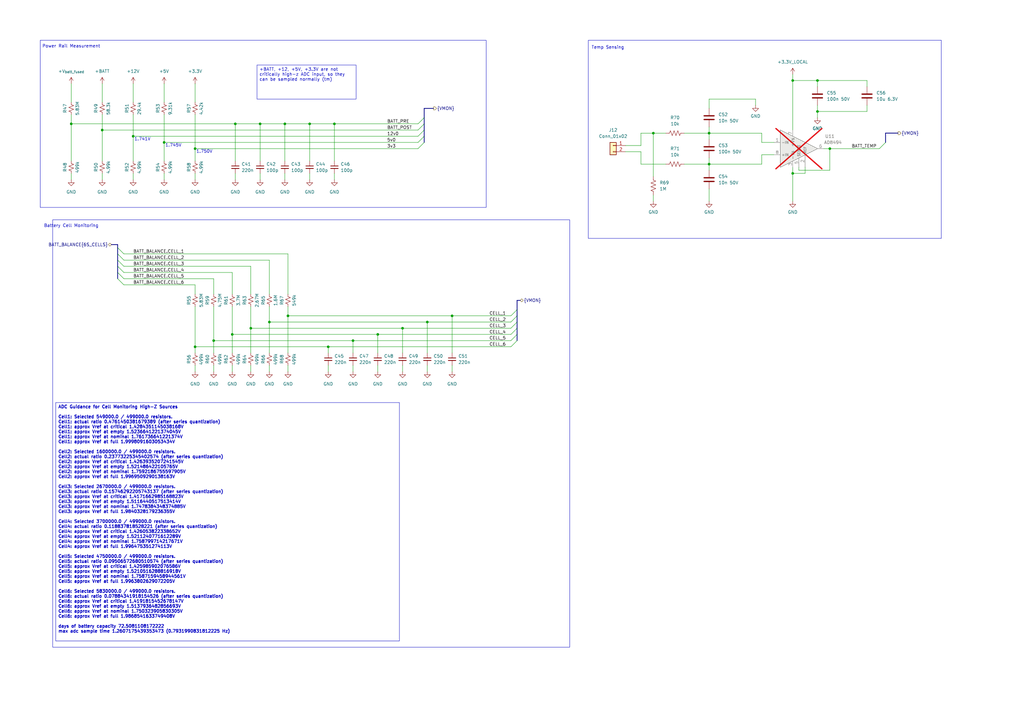
<source format=kicad_sch>
(kicad_sch (version 20231120) (generator "eeschema") (generator_version "8.0")
  (paper "A3")
  (title_block (title "Power Board") (date "2024-11-01") (rev "1.0") (company "SSL A-Team") (comment 1 "Will Stuckey"))
  (lib_symbols
    (symbol "AT-Supplies:+V_{BATT(FUSED)}" (power) (pin_names (offset 0)) (in_bom no) (on_board no)
      (property "Value" "+V_{BATT(FUSED)}" (at 0 5.08 0))
      (symbol "+V_{BATT(FUSED)}_0_1"
        (polyline (pts (xy -0.76 1.27) (xy 0.002 2.54)))
        (polyline (pts (xy 0.002 0) (xy 0.002 2.54)))
        (polyline (pts (xy 0.002 2.54) (xy 0.764 1.27)))
      )
      (symbol "+V_{BATT(FUSED)}_1_1"
        (pin power_in line (at 0 0 90) (length 0) hide (name "+V_{BATT(FUSED)}") (number "1"))
      )
    )
    (symbol "Connector_Generic:Conn_01x02" (pin_names (offset 1.016) hide)
      (property "Reference" "J" (at 0 2.54 0))
      (property "Value" "Conn_01x02" (at 0 -5.08 0))
      (symbol "Conn_01x02_1_1"
        (rectangle (start -1.27 -2.413) (end 0 -2.667) (stroke (width 0.1524)))
        (rectangle (start -1.27 0.127) (end 0 -0.127) (stroke (width 0.1524)))
        (rectangle (start -1.27 1.27) (end 1.27 -3.81) (stroke (width 0.254)) (fill (type background)))
        (pin passive line (at -5.08 0 0) (length 3.81) (name "Pin_1") (number "1"))
        (pin passive line (at -5.08 -2.54 0) (length 3.81) (name "Pin_2") (number "2"))
      )
    )
    (symbol "Device:C" (pin_numbers hide) (pin_names (offset 0.254))
      (property "Reference" "C" (at 0.635 2.54 0))
      (property "Value" "C" (at 0.635 -2.54 0))
      (symbol "C_0_1"
        (polyline (pts (xy -2.032 -0.762) (xy 2.032 -0.762)) (stroke (width 0.508)))
        (polyline (pts (xy -2.032 0.762) (xy 2.032 0.762)) (stroke (width 0.508)))
      )
      (symbol "C_1_1"
        (pin passive line (at 0 3.81 270) (length 2.794) (name "~") (number "1"))
        (pin passive line (at 0 -3.81 90) (length 2.794) (name "~") (number "2"))
      )
    )
    (symbol "Device:C_Small" (pin_numbers hide) (pin_names (offset 0.254) hide)
      (property "Reference" "C" (at 0.254 1.778 0))
      (property "Value" "C_Small" (at 0.254 -2.032 0))
      (symbol "C_Small_0_1"
        (polyline (pts (xy -1.524 -0.508) (xy 1.524 -0.508)) (stroke (width 0.3302)))
        (polyline (pts (xy -1.524 0.508) (xy 1.524 0.508)) (stroke (width 0.3048)))
      )
      (symbol "C_Small_1_1"
        (pin passive line (at 0 2.54 270) (length 2.032) (name "~") (number "1"))
        (pin passive line (at 0 -2.54 90) (length 2.032) (name "~") (number "2"))
      )
    )
    (symbol "Device:R_Small_US" (pin_numbers hide) (pin_names (offset 0.254) hide)
      (property "Reference" "R" (at 0.762 0.508 0))
      (property "Value" "R_Small_US" (at 0.762 -1.016 0))
      (symbol "R_Small_US_1_1"
        (polyline (pts (xy 0 0) (xy 1.016 -0.381) (xy 0 -0.762) (xy -1.016 -1.143) (xy 0 -1.524)))
        (polyline (pts (xy 0 1.524) (xy 1.016 1.143) (xy 0 0.762) (xy -1.016 0.381) (xy 0 0)))
        (pin passive line (at 0 2.54 270) (length 1.016) (name "~") (number "1"))
        (pin passive line (at 0 -2.54 90) (length 1.016) (name "~") (number "2"))
      )
    )
    (symbol "Device:R_US" (pin_numbers hide) (pin_names (offset 0))
      (property "Reference" "R" (at 2.54 0 90))
      (property "Value" "R_US" (at -2.54 0 90))
      (symbol "R_US_0_1"
        (polyline (pts (xy 0 -2.286) (xy 0 -2.54)))
        (polyline (pts (xy 0 2.286) (xy 0 2.54)))
        (polyline (pts (xy 0 -0.762) (xy 1.016 -1.143) (xy 0 -1.524) (xy -1.016 -1.905) (xy 0 -2.286)))
        (polyline (pts (xy 0 0.762) (xy 1.016 0.381) (xy 0 0) (xy -1.016 -0.381) (xy 0 -0.762)))
        (polyline (pts (xy 0 2.286) (xy 1.016 1.905) (xy 0 1.524) (xy -1.016 1.143) (xy 0 0.762)))
      )
      (symbol "R_US_1_1"
        (pin passive line (at 0 3.81 270) (length 1.27) (name "~") (number "1"))
        (pin passive line (at 0 -3.81 90) (length 1.27) (name "~") (number "2"))
      )
    )
    (symbol "Sensor_Temperature:AD8494"
      (property "Reference" "U" (at 5.08 3.81 0))
      (property "Value" "AD8494" (at 8.89 -3.81 0))
      (symbol "AD8494_0_1"
        (polyline (pts (xy -7.62 7.62) (xy 7.62 0) (xy -7.62 -7.62) (xy -7.62 7.62)) (stroke (width 0.254)) (fill (type background)))
      )
      (symbol "AD8494_1_1"
        (pin input line (at -10.16 2.54 0) (length 2.54) (name "-IN") (number "1"))
        (pin input line (at 2.54 -7.62 90) (length 5.08) (name "REF") (number "2"))
        (pin power_in line (at -2.54 -7.62 90) (length 2.54) (name "-Vs") (number "3"))
        (pin no_connect line (at -5.08 0 180) (length 2.54) hide (name "NC") (number "4"))
        (pin passive line (at 0 -7.62 90) (length 3.81) (name "SENSE") (number "5"))
        (pin output line (at 10.16 0 180) (length 2.54) (name "~") (number "6"))
        (pin power_in line (at -2.54 7.62 270) (length 2.54) (name "+Vs") (number "7"))
        (pin input line (at -10.16 -2.54 0) (length 2.54) (name "+IN") (number "8"))
      )
    )
    (symbol "power:+12V" (power) (pin_numbers hide) (pin_names (offset 0) hide)
      (property "Value" "+12V" (at 0 3.556 0))
      (symbol "+12V_0_1"
        (polyline (pts (xy -0.762 1.27) (xy 0 2.54)))
        (polyline (pts (xy 0 0) (xy 0 2.54)))
        (polyline (pts (xy 0 2.54) (xy 0.762 1.27)))
      )
      (symbol "+12V_1_1"
        (pin power_in line (at 0 0 90) (length 0) (name "~") (number "1"))
      )
    )
    (symbol "power:+3.3V" (power) (pin_numbers hide) (pin_names (offset 0) hide)
      (property "Value" "+3.3V" (at 0 3.556 0))
      (symbol "+3.3V_0_1"
        (polyline (pts (xy -0.762 1.27) (xy 0 2.54)))
        (polyline (pts (xy 0 0) (xy 0 2.54)))
        (polyline (pts (xy 0 2.54) (xy 0.762 1.27)))
      )
      (symbol "+3.3V_1_1"
        (pin power_in line (at 0 0 90) (length 0) (name "~") (number "1"))
      )
    )
    (symbol "power:+5V" (power) (pin_numbers hide) (pin_names (offset 0) hide)
      (property "Value" "+5V" (at 0 3.556 0))
      (symbol "+5V_0_1"
        (polyline (pts (xy -0.762 1.27) (xy 0 2.54)))
        (polyline (pts (xy 0 0) (xy 0 2.54)))
        (polyline (pts (xy 0 2.54) (xy 0.762 1.27)))
      )
      (symbol "+5V_1_1"
        (pin power_in line (at 0 0 90) (length 0) (name "~") (number "1"))
      )
    )
    (symbol "power:+BATT" (power) (pin_numbers hide) (pin_names (offset 0) hide)
      (property "Value" "+BATT" (at 0 3.556 0))
      (symbol "+BATT_0_1"
        (polyline (pts (xy -0.762 1.27) (xy 0 2.54)))
        (polyline (pts (xy 0 0) (xy 0 2.54)))
        (polyline (pts (xy 0 2.54) (xy 0.762 1.27)))
      )
      (symbol "+BATT_1_1"
        (pin power_in line (at 0 0 90) (length 0) (name "~") (number "1"))
      )
    )
    (symbol "power:GND" (power) (pin_names (offset 0))
      (property "Value" "GND" (at 0 -3.81 0))
      (symbol "GND_0_1"
        (polyline (pts (xy 0 0) (xy 0 -1.27) (xy 1.27 -1.27) (xy 0 -2.54) (xy -1.27 -1.27) (xy 0 -1.27)))
      )
      (symbol "GND_1_1"
        (pin power_in line (at 0 0 270) (length 0) hide (name "GND") (number "1"))
      )
    )
  )
  (junction (at 335.28 33.02))
  (junction (at 175.26 132.08))
  (junction (at 102.87 134.62))
  (junction (at 106.68 50.8))
  (junction (at 80.01 60.96))
  (junction (at 154.94 137.16))
  (junction (at 54.61 55.88))
  (junction (at 96.52 50.8))
  (junction (at 165.1 134.62))
  (junction (at 87.63 139.7))
  (junction (at 41.91 53.34))
  (junction (at 118.11 129.54))
  (junction (at 340.36 60.96))
  (junction (at 144.78 139.7))
  (junction (at 29.21 50.8))
  (junction (at 137.16 50.8))
  (junction (at 290.83 67.31))
  (junction (at 116.84 50.8))
  (junction (at 325.12 33.02))
  (junction (at 267.97 54.61))
  (junction (at 127 50.8))
  (junction (at 95.25 137.16))
  (junction (at 325.12 71.12))
  (junction (at 185.42 129.54))
  (junction (at 290.83 54.61))
  (junction (at 67.31 58.42))
  (junction (at 80.01 142.24))
  (junction (at 335.28 45.72))
  (junction (at 134.62 142.24))
  (junction (at 110.49 132.08))
  (bus_entry (at 48.26 114.3) (size 2.54 2.54))
  (bus_entry (at 48.26 104.14) (size 2.54 2.54))
  (bus_entry (at 48.26 101.6) (size 2.54 2.54))
  (bus_entry (at 212.09 137.16) (size -2.54 2.54))
  (bus_entry (at 173.99 53.34) (size -2.54 2.54))
  (bus_entry (at 363.22 58.42) (size -2.54 2.54))
  (bus_entry (at 212.09 134.62) (size -2.54 2.54))
  (bus_entry (at 212.09 129.54) (size -2.54 2.54))
  (bus_entry (at 48.26 111.76) (size 2.54 2.54))
  (bus_entry (at 48.26 106.68) (size 2.54 2.54))
  (bus_entry (at 173.99 50.8) (size -2.54 2.54))
  (bus_entry (at 212.09 127) (size -2.54 2.54))
  (bus_entry (at 173.99 55.88) (size -2.54 2.54))
  (bus_entry (at 212.09 132.08) (size -2.54 2.54))
  (bus_entry (at 48.26 109.22) (size 2.54 2.54))
  (bus_entry (at 212.09 139.7) (size -2.54 2.54))
  (bus_entry (at 173.99 48.26) (size -2.54 2.54))
  (bus_entry (at 173.99 58.42) (size -2.54 2.54))
  (wire (pts (xy 134.62 149.86) (xy 134.62 152.4)))
  (wire (pts (xy 102.87 134.62) (xy 165.1 134.62)))
  (wire (pts (xy 127 50.8) (xy 137.16 50.8)))
  (wire (pts (xy 290.83 67.31) (xy 290.83 69.85)))
  (bus (pts (xy 212.09 129.54) (xy 212.09 132.08)))
  (wire (pts (xy 154.94 137.16) (xy 154.94 144.78)))
  (wire (pts (xy 335.28 33.02) (xy 325.12 33.02)))
  (wire (pts (xy 262.89 62.23) (xy 262.89 67.31)))
  (bus (pts (xy 212.09 137.16) (xy 212.09 139.7)))
  (wire (pts (xy 165.1 134.62) (xy 165.1 144.78)))
  (bus (pts (xy 212.09 134.62) (xy 212.09 137.16)))
  (wire (pts (xy 80.01 142.24) (xy 80.01 144.78)))
  (wire (pts (xy 29.21 50.8) (xy 29.21 66.04)))
  (bus (pts (xy 173.99 44.45) (xy 173.99 48.26)))
  (wire (pts (xy 256.54 59.69) (xy 262.89 59.69)))
  (wire (pts (xy 106.68 50.8) (xy 106.68 66.04)))
  (wire (pts (xy 87.63 139.7) (xy 87.63 144.78)))
  (wire (pts (xy 87.63 114.3) (xy 87.63 120.65)))
  (wire (pts (xy 185.42 129.54) (xy 185.42 144.78)))
  (wire (pts (xy 80.01 149.86) (xy 80.01 152.4)))
  (wire (pts (xy 29.21 71.12) (xy 29.21 73.66)))
  (bus (pts (xy 363.22 54.61) (xy 368.3 54.61)))
  (wire (pts (xy 280.67 54.61) (xy 290.83 54.61)))
  (wire (pts (xy 80.01 142.24) (xy 134.62 142.24)))
  (wire (pts (xy 267.97 54.61) (xy 267.97 72.39)))
  (wire (pts (xy 54.61 46.99) (xy 54.61 55.88)))
  (wire (pts (xy 137.16 50.8) (xy 171.45 50.8)))
  (wire (pts (xy 80.01 125.73) (xy 80.01 142.24)))
  (wire (pts (xy 185.42 149.86) (xy 185.42 152.4)))
  (wire (pts (xy 127 50.8) (xy 127 66.04)))
  (wire (pts (xy 335.28 35.56) (xy 335.28 33.02)))
  (bus (pts (xy 363.22 54.61) (xy 363.22 58.42)))
  (wire (pts (xy 102.87 134.62) (xy 102.87 144.78)))
  (wire (pts (xy 154.94 149.86) (xy 154.94 152.4)))
  (wire (pts (xy 330.2 68.58) (xy 330.2 71.12)))
  (bus (pts (xy 48.26 111.76) (xy 48.26 114.3)))
  (wire (pts (xy 41.91 71.12) (xy 41.91 73.66)))
  (bus (pts (xy 48.26 101.6) (xy 48.26 104.14)))
  (wire (pts (xy 41.91 53.34) (xy 41.91 66.04)))
  (wire (pts (xy 116.84 71.12) (xy 116.84 73.66)))
  (wire (pts (xy 256.54 62.23) (xy 262.89 62.23)))
  (wire (pts (xy 290.83 54.61) (xy 290.83 57.15)))
  (bus (pts (xy 173.99 53.34) (xy 173.99 55.88)))
  (bus (pts (xy 45.72 100.33) (xy 48.26 100.33)))
  (wire (pts (xy 137.16 50.8) (xy 137.16 66.04)))
  (wire (pts (xy 355.6 43.18) (xy 355.6 45.72)))
  (wire (pts (xy 102.87 125.73) (xy 102.87 134.62)))
  (wire (pts (xy 29.21 50.8) (xy 96.52 50.8)))
  (wire (pts (xy 80.01 60.96) (xy 80.01 66.04)))
  (wire (pts (xy 96.52 50.8) (xy 106.68 50.8)))
  (wire (pts (xy 325.12 71.12) (xy 325.12 82.55)))
  (wire (pts (xy 95.25 149.86) (xy 95.25 152.4)))
  (wire (pts (xy 106.68 71.12) (xy 106.68 73.66)))
  (wire (pts (xy 95.25 125.73) (xy 95.25 137.16)))
  (bus (pts (xy 173.99 50.8) (xy 173.99 53.34)))
  (wire (pts (xy 54.61 55.88) (xy 54.61 66.04)))
  (wire (pts (xy 165.1 149.86) (xy 165.1 152.4)))
  (wire (pts (xy 144.78 139.7) (xy 209.55 139.7)))
  (wire (pts (xy 290.83 64.77) (xy 290.83 67.31)))
  (wire (pts (xy 50.8 116.84) (xy 80.01 116.84)))
  (wire (pts (xy 67.31 71.12) (xy 67.31 73.66)))
  (wire (pts (xy 340.36 60.96) (xy 360.68 60.96)))
  (bus (pts (xy 48.26 104.14) (xy 48.26 106.68)))
  (wire (pts (xy 185.42 129.54) (xy 209.55 129.54)))
  (wire (pts (xy 54.61 55.88) (xy 171.45 55.88)))
  (wire (pts (xy 96.52 71.12) (xy 96.52 73.66)))
  (wire (pts (xy 290.83 54.61) (xy 312.42 54.61)))
  (wire (pts (xy 80.01 71.12) (xy 80.01 73.66)))
  (wire (pts (xy 355.6 45.72) (xy 335.28 45.72)))
  (wire (pts (xy 102.87 149.86) (xy 102.87 152.4)))
  (bus (pts (xy 173.99 48.26) (xy 173.99 50.8)))
  (wire (pts (xy 95.25 137.16) (xy 95.25 144.78)))
  (wire (pts (xy 102.87 109.22) (xy 102.87 120.65)))
  (wire (pts (xy 80.01 34.29) (xy 80.01 41.91)))
  (wire (pts (xy 144.78 139.7) (xy 144.78 144.78)))
  (wire (pts (xy 144.78 149.86) (xy 144.78 152.4)))
  (wire (pts (xy 50.8 111.76) (xy 95.25 111.76)))
  (wire (pts (xy 118.11 104.14) (xy 118.11 120.65)))
  (wire (pts (xy 154.94 137.16) (xy 209.55 137.16)))
  (bus (pts (xy 48.26 106.68) (xy 48.26 109.22)))
  (wire (pts (xy 80.01 46.99) (xy 80.01 60.96)))
  (bus (pts (xy 173.99 55.88) (xy 173.99 58.42)))
  (wire (pts (xy 262.89 54.61) (xy 267.97 54.61)))
  (wire (pts (xy 290.83 44.45) (xy 290.83 40.64)))
  (wire (pts (xy 95.25 137.16) (xy 154.94 137.16)))
  (wire (pts (xy 110.49 106.68) (xy 110.49 120.65)))
  (wire (pts (xy 175.26 132.08) (xy 209.55 132.08)))
  (wire (pts (xy 50.8 114.3) (xy 87.63 114.3)))
  (wire (pts (xy 80.01 116.84) (xy 80.01 120.65)))
  (wire (pts (xy 340.36 60.96) (xy 337.82 60.96)))
  (wire (pts (xy 67.31 46.99) (xy 67.31 58.42)))
  (wire (pts (xy 290.83 40.64) (xy 309.88 40.64)))
  (wire (pts (xy 340.36 69.85) (xy 340.36 60.96)))
  (bus (pts (xy 212.09 123.19) (xy 212.09 127)))
  (wire (pts (xy 280.67 67.31) (xy 290.83 67.31)))
  (wire (pts (xy 116.84 50.8) (xy 127 50.8)))
  (wire (pts (xy 175.26 132.08) (xy 175.26 144.78)))
  (wire (pts (xy 118.11 129.54) (xy 118.11 144.78)))
  (wire (pts (xy 118.11 129.54) (xy 185.42 129.54)))
  (wire (pts (xy 317.5 63.5) (xy 312.42 63.5)))
  (wire (pts (xy 110.49 125.73) (xy 110.49 132.08)))
  (wire (pts (xy 317.5 58.42) (xy 312.42 58.42)))
  (bus (pts (xy 213.36 123.19) (xy 212.09 123.19)))
  (bus (pts (xy 48.26 109.22) (xy 48.26 111.76)))
  (wire (pts (xy 67.31 58.42) (xy 67.31 66.04)))
  (wire (pts (xy 262.89 67.31) (xy 273.05 67.31)))
  (wire (pts (xy 327.66 69.85) (xy 340.36 69.85)))
  (bus (pts (xy 48.26 100.33) (xy 48.26 101.6)))
  (wire (pts (xy 118.11 149.86) (xy 118.11 152.4)))
  (wire (pts (xy 312.42 63.5) (xy 312.42 67.31)))
  (wire (pts (xy 127 71.12) (xy 127 73.66)))
  (wire (pts (xy 96.52 50.8) (xy 96.52 66.04)))
  (wire (pts (xy 110.49 132.08) (xy 110.49 144.78)))
  (wire (pts (xy 29.21 34.29) (xy 29.21 41.91)))
  (wire (pts (xy 335.28 43.18) (xy 335.28 45.72)))
  (wire (pts (xy 41.91 53.34) (xy 171.45 53.34)))
  (wire (pts (xy 50.8 109.22) (xy 102.87 109.22)))
  (wire (pts (xy 267.97 80.01) (xy 267.97 82.55)))
  (wire (pts (xy 67.31 58.42) (xy 171.45 58.42)))
  (wire (pts (xy 327.66 68.58) (xy 327.66 69.85)))
  (wire (pts (xy 355.6 35.56) (xy 355.6 33.02)))
  (wire (pts (xy 290.83 67.31) (xy 312.42 67.31)))
  (wire (pts (xy 41.91 46.99) (xy 41.91 53.34)))
  (wire (pts (xy 95.25 111.76) (xy 95.25 120.65)))
  (bus (pts (xy 212.09 127) (xy 212.09 129.54)))
  (wire (pts (xy 80.01 60.96) (xy 171.45 60.96)))
  (wire (pts (xy 87.63 125.73) (xy 87.63 139.7)))
  (wire (pts (xy 106.68 50.8) (xy 116.84 50.8)))
  (wire (pts (xy 87.63 139.7) (xy 144.78 139.7)))
  (wire (pts (xy 165.1 134.62) (xy 209.55 134.62)))
  (wire (pts (xy 110.49 149.86) (xy 110.49 152.4)))
  (bus (pts (xy 212.09 132.08) (xy 212.09 134.62)))
  (wire (pts (xy 355.6 33.02) (xy 335.28 33.02)))
  (wire (pts (xy 330.2 71.12) (xy 325.12 71.12)))
  (wire (pts (xy 50.8 106.68) (xy 110.49 106.68)))
  (wire (pts (xy 312.42 54.61) (xy 312.42 58.42)))
  (wire (pts (xy 50.8 104.14) (xy 118.11 104.14)))
  (wire (pts (xy 309.88 40.64) (xy 309.88 43.18)))
  (wire (pts (xy 118.11 125.73) (xy 118.11 129.54)))
  (wire (pts (xy 267.97 54.61) (xy 273.05 54.61)))
  (wire (pts (xy 262.89 59.69) (xy 262.89 54.61)))
  (wire (pts (xy 41.91 34.29) (xy 41.91 41.91)))
  (wire (pts (xy 335.28 45.72) (xy 335.28 48.26)))
  (wire (pts (xy 137.16 71.12) (xy 137.16 73.66)))
  (wire (pts (xy 67.31 34.29) (xy 67.31 41.91)))
  (wire (pts (xy 29.21 46.99) (xy 29.21 50.8)))
  (wire (pts (xy 290.83 52.07) (xy 290.83 54.61)))
  (wire (pts (xy 325.12 68.58) (xy 325.12 71.12)))
  (wire (pts (xy 54.61 71.12) (xy 54.61 73.66)))
  (wire (pts (xy 325.12 30.48) (xy 325.12 33.02)))
  (wire (pts (xy 110.49 132.08) (xy 175.26 132.08)))
  (bus (pts (xy 177.8 44.45) (xy 173.99 44.45)))
  (wire (pts (xy 134.62 142.24) (xy 209.55 142.24)))
  (wire (pts (xy 116.84 50.8) (xy 116.84 66.04)))
  (wire (pts (xy 175.26 149.86) (xy 175.26 152.4)))
  (wire (pts (xy 87.63 149.86) (xy 87.63 152.4)))
  (wire (pts (xy 290.83 77.47) (xy 290.83 82.55)))
  (wire (pts (xy 54.61 34.29) (xy 54.61 41.91)))
  (wire (pts (xy 134.62 142.24) (xy 134.62 144.78)))
  (wire (pts (xy 325.12 33.02) (xy 325.12 53.34)))
  (rectangle (start 16.51 16.51) (end 199.39 85.09))
  (rectangle (start 21.59 90.17) (end 233.68 265.43))
  (rectangle (start 241.3 16.51) (end 386.08 97.79))
  (text_box "+BATT, +12, +5V, +3.3V are not critically high-z ADC input, so they can be sampled normally (tm)" (at 105.41 26.67 0) (size 40.64 13.97) (effects (font (size 1.27 1.27)) (justify left top)))
  (text_box "ADC Guidance for Cell Monitoring High-Z Sources\n\nCell1: Selected 549000.0 / 499000.0 resistors.\nCell1: actual ratio 0.4761450381679389 (after series quantization)\nCell1: approx Vref at critical 1.4284351145038168V\nCell1: approx Vref at empty 1.5236641221374045V\nCell1: approx Vref at nominal 1.761736641221374V\nCell1: approx Vref at full 1.9998091603053434V\n\nCell2: Selected 1600000.0 / 499000.0 resistors.\nCell2: actual ratio 0.23773225345402574 (after series quantization)\nCell2: approx Vref at critical 1.4263935207241545V\nCell2: approx Vref at empty 1.521486422105765V\nCell2: approx Vref at nominal 1.7592186755597905V\nCell2: approx Vref at full 1.9969509290138163V\n\nCell3: Selected 2670000.0 / 499000.0 resistors.\nCell3: actual ratio 0.15746292205743137 (after series quantization)\nCell3: approx Vref at critical 1.4171662985168823V\nCell3: approx Vref at empty 1.5116440517513414V\nCell3: approx Vref at nominal 1.7478384348374885V\nCell3: approx Vref at full 1.9840328179236355V\n\nCell4: Selected 3700000.0 / 499000.0 resistors.\nCell4: actual ratio 0.118837818528221 (after series quantization)\nCell4: approx Vref at critical 1.426053822338652V\nCell4: approx Vref at empty 1.5211240771612289V\nCell4: approx Vref at nominal 1.758799714217671V\nCell4: approx Vref at full 1.996475351274113V\n\nCell5: Selected 4750000.0 / 499000.0 resistors.\nCell5: actual ratio 0.09506572680510574 (after series quantization)\nCell5: approx Vref at critical 1.425985902076586V\nCell5: approx Vref at empty 1.5210516288816918V\nCell5: approx Vref at nominal 1.7587159458944561V\nCell5: approx Vref at full 1.9963802629072205V\n\nCell6: Selected 5830000.0 / 499000.0 resistors.\nCell6: actual ratio 0.07884341918154526 (after series quantization)\nCell6: approx Vref at critical 1.4191815452678147V\nCell6: approx Vref at empty 1.5137936482856693V\nCell6: approx Vref at nominal 1.750323905830305V\nCell6: approx Vref at full 1.9868541633749408V\n\ndays of battery capacity 72.5081108172222\nmax adc sample time 1.2607175439353473 (0.7931990831812225 Hz)" (at 22.86 165.1 0) (size 140.97 97.79) (effects (font (size 1.27 1.27) (thickness 0.254) (bold yes)) (justify left top)))
  (text "1.745V" (at 71.12 59.69 0) (effects (font (size 1.27 1.27))))
  (text "Temp Sensing" (at 242.57 20.32 0) (effects (font (size 1.27 1.27)) (justify left bottom)))
  (text "1.741V" (at 58.42 57.15 0) (effects (font (size 1.27 1.27))))
  (text "Power Rail Measurement" (at 29.21 19.05 0) (effects (font (size 1.27 1.27))))
  (text "Battery Cell Monitoring" (at 29.21 92.71 0) (effects (font (size 1.27 1.27))))
  (text "1.750V" (at 83.82 62.23 0) (effects (font (size 1.27 1.27))))
  (label "CELL_6" (at 200.66 142.24 0))
  (label "12v0" (at 158.75 55.88 0))
  (label "BATT_BALANCE.CELL_6" (at 54.61 116.84 0))
  (label "BATT_POST" (at 158.75 53.34 0))
  (label "BATT_BALANCE.CELL_2" (at 54.61 106.68 0))
  (label "BATT_BALANCE.CELL_1" (at 54.61 104.14 0))
  (label "BATT_BALANCE.CELL_4" (at 54.61 111.76 0))
  (label "BATT_BALANCE.CELL_5" (at 54.61 114.3 0))
  (label "3v3" (at 158.75 60.96 0))
  (label "CELL_5" (at 200.66 139.7 0))
  (label "CELL_4" (at 200.66 137.16 0))
  (label "CELL_1" (at 200.66 129.54 0))
  (label "BATT_TEMP" (at 349.25 60.96 0))
  (label "5v0" (at 158.75 58.42 0))
  (label "BATT_BALANCE.CELL_3" (at 54.61 109.22 0))
  (label "CELL_3" (at 200.66 134.62 0))
  (label "BATT_PRE" (at 158.75 50.8 0))
  (label "CELL_2" (at 200.66 132.08 0))
  (hierarchical_label "{VMON}" (shape bidirectional) (at 213.36 123.19 0))
  (hierarchical_label "BATT_BALANCE{6S_CELLS}" (shape bidirectional) (at 45.72 100.33 180))
  (hierarchical_label "{VMON}" (shape output) (at 177.8 44.45 0))
  (hierarchical_label "{VMON}" (shape output) (at 368.3 54.61 0))
  (symbol (lib_id "power:GND") (at 154.94 152.4 0) (unit 1)
    (property "Reference" "#PWR0131" (effects (hide yes)))
    (property "Value" "GND" (at 154.94 157.48 0))
  )
  (symbol (lib_id "power:GND") (at 290.83 82.55 0) (unit 1)
    (property "Reference" "#PWR0136" (effects (hide yes)))
    (property "Value" "GND" (at 290.83 86.995 0))
  )
  (symbol (lib_id "Device:R_Small_US") (at 29.21 44.45 0) (unit 1)
    (property "Reference" "R47" (at 26.67 44.45 90))
    (property "Value" "5.83M" (at 31.75 44.45 90))
    (property "Footprint" "Resistor_SMD:R_0402_1005Metric" (effects (hide yes)))
  )
  (symbol (lib_id "Device:C_Small") (at 134.62 147.32 0) (unit 1)
    (property "Reference" "C45" (at 137.16 146.0562 0) (effects (justify left)))
    (property "Value" "220n" (at 137.16 148.5962 0) (effects (justify left)))
    (property "Footprint" "Capacitor_SMD:C_0402_1005Metric" (effects (hide yes)))
  )
  (symbol (lib_id "AT-Supplies:+V_{BATT(FUSED)}") (at 29.21 34.29 0) (unit 1) (in_bom no) (on_board no)
    (property "Reference" "#PWR0108" (effects (hide yes)))
    (property "Value" "+V_{batt_fused}" (at 29.212 29.21 0))
  )
  (symbol (lib_id "Device:C") (at 290.83 48.26 0) (mirror y) (unit 1)
    (property "Reference" "C52" (at 294.64 46.99 0) (effects (justify right)))
    (property "Value" "10n 50V" (at 294.64 49.53 0) (effects (justify right)))
    (property "Footprint" "Capacitor_SMD:C_0402_1005Metric" (effects (hide yes)))
  )
  (symbol (lib_id "power:GND") (at 134.62 152.4 0) (unit 1)
    (property "Reference" "#PWR0128" (effects (hide yes)))
    (property "Value" "GND" (at 134.62 157.48 0))
  )
  (symbol (lib_id "power:+12V") (at 54.61 34.29 0) (unit 1)
    (property "Reference" "#PWR0112" (effects (hide yes)))
    (property "Value" "+12V" (at 54.61 29.21 0))
    (property "Description" "Power symbol creates a global label with name \"+12V\"" (effects (hide yes)))
  )
  (symbol (lib_id "power:GND") (at 106.68 73.66 0) (unit 1)
    (property "Reference" "#PWR0124" (effects (hide yes)))
    (property "Value" "GND" (at 106.68 78.74 0))
  )
  (symbol (lib_id "Device:C_Small") (at 165.1 147.32 0) (unit 1)
    (property "Reference" "C49" (at 167.64 146.0562 0) (effects (justify left)))
    (property "Value" "220n" (at 167.64 148.5962 0) (effects (justify left)))
    (property "Footprint" "Capacitor_SMD:C_0402_1005Metric" (effects (hide yes)))
  )
  (symbol (lib_id "Device:R_Small_US") (at 80.01 123.19 0) (unit 1)
    (property "Reference" "R55" (at 77.47 123.19 90))
    (property "Value" "5.83M" (at 82.55 123.19 90))
    (property "Footprint" "Resistor_SMD:R_0402_1005Metric" (effects (hide yes)))
  )
  (symbol (lib_id "power:GND") (at 95.25 152.4 0) (unit 1)
    (property "Reference" "#PWR0120" (effects (hide yes)))
    (property "Value" "GND" (at 95.25 157.48 0))
  )
  (symbol (lib_id "power:GND") (at 102.87 152.4 0) (unit 1)
    (property "Reference" "#PWR0122" (effects (hide yes)))
    (property "Value" "GND" (at 102.87 157.48 0))
  )
  (symbol (lib_id "Connector_Generic:Conn_01x02") (at 251.46 59.69 0) (mirror y) (unit 1)
    (property "Reference" "J12" (at 251.46 53.34 0))
    (property "Value" "Conn_01x02" (at 251.46 55.88 0))
    (property "Footprint" "Connector_JST:JST_SH_SM02B-SRSS-TB_1x02-1MP_P1.00mm_Horizontal" (effects (hide yes)))
  )
  (symbol (lib_id "power:GND") (at 67.31 73.66 0) (unit 1)
    (property "Reference" "#PWR0115" (effects (hide yes)))
    (property "Value" "GND" (at 67.31 78.74 0))
  )
  (symbol (lib_id "power:GND") (at 80.01 152.4 0) (unit 1)
    (property "Reference" "#PWR0116" (effects (hide yes)))
    (property "Value" "GND" (at 80.01 157.48 0))
  )
  (symbol (lib_id "power:GND") (at 127 73.66 0) (unit 1)
    (property "Reference" "#PWR0127" (effects (hide yes)))
    (property "Value" "GND" (at 127 78.74 0))
  )
  (symbol (lib_id "Device:R_Small_US") (at 87.63 147.32 0) (unit 1)
    (property "Reference" "R60" (at 85.09 147.32 90))
    (property "Value" "499k" (at 90.17 147.32 90))
    (property "Footprint" "Resistor_SMD:R_0402_1005Metric" (effects (hide yes)))
  )
  (symbol (lib_id "Device:R_Small_US") (at 67.31 68.58 0) (unit 1)
    (property "Reference" "R54" (at 64.77 68.58 90))
    (property "Value" "4.99k" (at 69.85 68.58 90))
    (property "Footprint" "Resistor_SMD:R_0402_1005Metric" (effects (hide yes)))
  )
  (symbol (lib_id "Device:R_Small_US") (at 102.87 123.19 0) (unit 1)
    (property "Reference" "R63" (at 100.33 123.19 90))
    (property "Value" "2.67M" (at 105.41 123.19 90))
    (property "Footprint" "Resistor_SMD:R_0402_1005Metric" (effects (hide yes)))
  )
  (symbol (lib_id "power:+3.3V") (at 325.12 30.48 0) (unit 1)
    (property "Reference" "#PWR0138" (effects (hide yes)))
    (property "Value" "+3.3V_LOCAL" (at 325.12 25.4 0))
    (property "Description" "Power symbol creates a global label with name \"+3.3V\"" (effects (hide yes)))
  )
  (symbol (lib_id "power:GND") (at 110.49 152.4 0) (unit 1)
    (property "Reference" "#PWR0123" (effects (hide yes)))
    (property "Value" "GND" (at 110.49 157.48 0))
  )
  (symbol (lib_id "Device:R_Small_US") (at 29.21 68.58 0) (unit 1)
    (property "Reference" "R48" (at 26.67 68.58 90))
    (property "Value" "499k" (at 31.75 68.58 90))
    (property "Footprint" "Resistor_SMD:R_0402_1005Metric" (effects (hide yes)))
  )
  (symbol (lib_id "power:GND") (at 175.26 152.4 0) (unit 1)
    (property "Reference" "#PWR0133" (effects (hide yes)))
    (property "Value" "GND" (at 175.26 157.48 0))
  )
  (symbol (lib_id "Device:R_Small_US") (at 67.31 44.45 0) (unit 1)
    (property "Reference" "R53" (at 64.77 44.45 90))
    (property "Value" "9.31k" (at 69.85 44.45 90))
    (property "Footprint" "Resistor_SMD:R_0402_1005Metric" (effects (hide yes)))
  )
  (symbol (lib_id "power:GND") (at 137.16 73.66 0) (unit 1)
    (property "Reference" "#PWR0129" (effects (hide yes)))
    (property "Value" "GND" (at 137.16 78.74 0))
  )
  (symbol (lib_id "Device:C_Small") (at 116.84 68.58 0) (unit 1)
    (property "Reference" "C43" (at 119.38 67.3162 0) (effects (justify left)))
    (property "Value" "100p" (at 119.38 69.8562 0) (effects (justify left)))
    (property "Footprint" "Capacitor_SMD:C_0402_1005Metric" (effects (hide yes)))
  )
  (symbol (lib_id "Device:R_Small_US") (at 118.11 147.32 0) (unit 1)
    (property "Reference" "R68" (at 115.57 147.32 90))
    (property "Value" "499k" (at 120.65 147.32 90))
    (property "Footprint" "Resistor_SMD:R_0402_1005Metric" (effects (hide yes)))
  )
  (symbol (lib_id "power:GND") (at 87.63 152.4 0) (unit 1)
    (property "Reference" "#PWR0119" (effects (hide yes)))
    (property "Value" "GND" (at 87.63 157.48 0))
  )
  (symbol (lib_id "Device:C_Small") (at 154.94 147.32 0) (unit 1)
    (property "Reference" "C48" (at 157.48 146.0562 0) (effects (justify left)))
    (property "Value" "220n" (at 157.48 148.5962 0) (effects (justify left)))
    (property "Footprint" "Capacitor_SMD:C_0402_1005Metric" (effects (hide yes)))
  )
  (symbol (lib_id "Device:C") (at 355.6 39.37 180) (unit 1)
    (property "Reference" "C56" (at 359.41 38.1 0) (effects (justify right)))
    (property "Value" "10u 6.3V" (at 359.41 40.64 0) (effects (justify right)))
    (property "Footprint" "Capacitor_SMD:C_1210_3225Metric" (effects (hide yes)))
  )
  (symbol (lib_id "Device:C_Small") (at 185.42 147.32 0) (unit 1)
    (property "Reference" "C51" (at 187.96 146.0562 0) (effects (justify left)))
    (property "Value" "220n" (at 187.96 148.5962 0) (effects (justify left)))
    (property "Footprint" "Capacitor_SMD:C_0402_1005Metric" (effects (hide yes)))
  )
  (symbol (lib_id "power:GND") (at 267.97 82.55 0) (unit 1)
    (property "Reference" "#PWR0135" (effects (hide yes)))
    (property "Value" "GND" (at 267.97 86.995 0))
  )
  (symbol (lib_id "power:GND") (at 96.52 73.66 0) (unit 1)
    (property "Reference" "#PWR0121" (effects (hide yes)))
    (property "Value" "GND" (at 96.52 78.74 0))
  )
  (symbol (lib_id "Device:R_Small_US") (at 110.49 147.32 0) (unit 1)
    (property "Reference" "R66" (at 107.95 147.32 90))
    (property "Value" "499k" (at 113.03 147.32 90))
    (property "Footprint" "Resistor_SMD:R_0402_1005Metric" (effects (hide yes)))
  )
  (symbol (lib_id "power:GND") (at 309.88 43.18 0) (unit 1)
    (property "Reference" "#PWR0137" (effects (hide yes)))
    (property "Value" "GND" (at 309.88 47.625 0))
  )
  (symbol (lib_id "Device:R_Small_US") (at 80.01 68.58 0) (unit 1)
    (property "Reference" "R58" (at 77.47 68.58 90))
    (property "Value" "4.99k" (at 82.55 68.58 90))
    (property "Footprint" "Resistor_SMD:R_0402_1005Metric" (effects (hide yes)))
  )
  (symbol (lib_id "Device:R_Small_US") (at 118.11 123.19 0) (unit 1)
    (property "Reference" "R67" (at 115.57 123.19 90))
    (property "Value" "549k" (at 120.65 123.19 90))
    (property "Footprint" "Resistor_SMD:R_0402_1005Metric" (effects (hide yes)))
  )
  (symbol (lib_id "Device:R_Small_US") (at 102.87 147.32 0) (unit 1)
    (property "Reference" "R64" (at 100.33 147.32 90))
    (property "Value" "499k" (at 105.41 147.32 90))
    (property "Footprint" "Resistor_SMD:R_0402_1005Metric" (effects (hide yes)))
  )
  (symbol (lib_id "power:+3.3V") (at 80.01 34.29 0) (unit 1)
    (property "Reference" "#PWR0117" (effects (hide yes)))
    (property "Value" "+3.3V" (at 80.01 29.21 0))
    (property "Description" "Power symbol creates a global label with name \"+3.3V\"" (effects (hide yes)))
  )
  (symbol (lib_id "Device:C") (at 290.83 73.66 0) (mirror y) (unit 1)
    (property "Reference" "C54" (at 294.64 72.39 0) (effects (justify right)))
    (property "Value" "10n 50V" (at 294.64 74.93 0) (effects (justify right)))
    (property "Footprint" "Capacitor_SMD:C_0402_1005Metric" (effects (hide yes)))
  )
  (symbol (lib_id "Device:C") (at 290.83 60.96 0) (mirror y) (unit 1)
    (property "Reference" "C53" (at 294.64 59.6899 0) (effects (justify right)))
    (property "Value" "100n 50V" (at 294.64 62.2299 0) (effects (justify right)))
    (property "Footprint" "Capacitor_SMD:C_0402_1005Metric" (effects (hide yes)))
  )
  (symbol (lib_id "power:GND") (at 80.01 73.66 0) (unit 1)
    (property "Reference" "#PWR0118" (effects (hide yes)))
    (property "Value" "GND" (at 80.01 78.74 0))
  )
  (symbol (lib_id "Device:R_Small_US") (at 41.91 68.58 0) (unit 1)
    (property "Reference" "R50" (at 39.37 68.58 90))
    (property "Value" "4.99k" (at 44.45 68.58 90))
    (property "Footprint" "Resistor_SMD:R_0402_1005Metric" (effects (hide yes)))
  )
  (symbol (lib_id "Device:R_Small_US") (at 80.01 147.32 0) (unit 1)
    (property "Reference" "R56" (at 77.47 147.32 90))
    (property "Value" "499k" (at 82.55 147.32 90))
    (property "Footprint" "Resistor_SMD:R_0402_1005Metric" (effects (hide yes)))
  )
  (symbol (lib_id "Device:R_Small_US") (at 95.25 147.32 0) (unit 1)
    (property "Reference" "R62" (at 92.71 147.32 90))
    (property "Value" "499k" (at 97.79 147.32 90))
    (property "Footprint" "Resistor_SMD:R_0402_1005Metric" (effects (hide yes)))
  )
  (symbol (lib_id "power:GND") (at 116.84 73.66 0) (unit 1)
    (property "Reference" "#PWR0126" (effects (hide yes)))
    (property "Value" "GND" (at 116.84 78.74 0))
  )
  (symbol (lib_id "power:GND") (at 118.11 152.4 0) (unit 1)
    (property "Reference" "#PWR0125" (effects (hide yes)))
    (property "Value" "GND" (at 118.11 157.48 0))
  )
  (symbol (lib_id "Device:R_US") (at 267.97 76.2 180) (unit 1)
    (property "Reference" "R69" (at 270.51 74.93 0) (effects (justify right)))
    (property "Value" "1M" (at 270.51 77.47 0) (effects (justify right)))
    (property "Footprint" "Resistor_SMD:R_0402_1005Metric" (effects (hide yes)))
  )
  (symbol (lib_id "Device:R_Small_US") (at 54.61 44.45 0) (unit 1)
    (property "Reference" "R51" (at 52.07 44.45 90))
    (property "Value" "29.4k" (at 57.15 44.45 90))
    (property "Footprint" "Resistor_SMD:R_0402_1005Metric" (effects (hide yes)))
  )
  (symbol (lib_id "power:+5V") (at 67.31 34.29 0) (unit 1)
    (property "Reference" "#PWR0114" (effects (hide yes)))
    (property "Value" "+5V" (at 67.31 29.21 0))
    (property "Description" "Power symbol creates a global label with name \"+5V\"" (effects (hide yes)))
  )
  (symbol (lib_id "Device:R_Small_US") (at 95.25 123.19 0) (unit 1)
    (property "Reference" "R61" (at 92.71 123.19 90))
    (property "Value" "3.7M" (at 97.79 123.19 90))
    (property "Footprint" "Resistor_SMD:R_0402_1005Metric" (effects (hide yes)))
  )
  (symbol (lib_id "Device:R_Small_US") (at 80.01 44.45 0) (unit 1)
    (property "Reference" "R57" (at 77.47 44.45 90))
    (property "Value" "4.42k" (at 82.55 44.45 90))
    (property "Footprint" "Resistor_SMD:R_0402_1005Metric" (effects (hide yes)))
  )
  (symbol (lib_id "Device:R_Small_US") (at 54.61 68.58 0) (unit 1)
    (property "Reference" "R52" (at 52.07 68.58 90))
    (property "Value" "4.99k" (at 57.15 68.58 90))
    (property "Footprint" "Resistor_SMD:R_0402_1005Metric" (effects (hide yes)))
  )
  (symbol (lib_id "power:GND") (at 144.78 152.4 0) (unit 1)
    (property "Reference" "#PWR0130" (effects (hide yes)))
    (property "Value" "GND" (at 144.78 157.48 0))
  )
  (symbol (lib_id "Device:C_Small") (at 144.78 147.32 0) (unit 1)
    (property "Reference" "C47" (at 147.32 146.0562 0) (effects (justify left)))
    (property "Value" "220n" (at 147.32 148.5962 0) (effects (justify left)))
    (property "Footprint" "Capacitor_SMD:C_0402_1005Metric" (effects (hide yes)))
  )
  (symbol (lib_id "Device:R_US") (at 276.86 67.31 90) (unit 1)
    (property "Reference" "R71" (at 276.86 60.96 90))
    (property "Value" "10k" (at 276.86 63.5 90))
    (property "Footprint" "Resistor_SMD:R_0402_1005Metric" (effects (hide yes)))
  )
  (symbol (lib_id "power:GND") (at 54.61 73.66 0) (unit 1)
    (property "Reference" "#PWR0113" (effects (hide yes)))
    (property "Value" "GND" (at 54.61 78.74 0))
  )
  (symbol (lib_id "Device:R_Small_US") (at 87.63 123.19 0) (unit 1)
    (property "Reference" "R59" (at 85.09 123.19 90))
    (property "Value" "4.75M" (at 90.17 123.19 90))
    (property "Footprint" "Resistor_SMD:R_0402_1005Metric" (effects (hide yes)))
  )
  (symbol (lib_id "Device:C_Small") (at 137.16 68.58 0) (unit 1)
    (property "Reference" "C46" (at 139.7 67.3162 0) (effects (justify left)))
    (property "Value" "100p" (at 139.7 69.8562 0) (effects (justify left)))
    (property "Footprint" "Capacitor_SMD:C_0402_1005Metric" (effects (hide yes)))
  )
  (symbol (lib_id "power:GND") (at 335.28 48.26 0) (unit 1)
    (property "Reference" "#PWR0140" (effects (hide yes)))
    (property "Value" "GND" (at 335.28 52.705 0))
  )
  (symbol (lib_id "power:GND") (at 41.91 73.66 0) (unit 1)
    (property "Reference" "#PWR0111" (effects (hide yes)))
    (property "Value" "GND" (at 41.91 78.74 0))
  )
  (symbol (lib_id "Device:C_Small") (at 106.68 68.58 0) (unit 1)
    (property "Reference" "C42" (at 109.22 67.3162 0) (effects (justify left)))
    (property "Value" "100p" (at 109.22 69.8562 0) (effects (justify left)))
    (property "Footprint" "Capacitor_SMD:C_0402_1005Metric" (effects (hide yes)))
  )
  (symbol (lib_id "Device:C") (at 335.28 39.37 0) (mirror y) (unit 1)
    (property "Reference" "C55" (at 339.09 38.0999 0) (effects (justify right)))
    (property "Value" "100n 50V" (at 339.09 40.6399 0) (effects (justify right)))
    (property "Footprint" "Capacitor_SMD:C_0402_1005Metric" (effects (hide yes)))
  )
  (symbol (lib_id "Device:R_US") (at 276.86 54.61 90) (unit 1)
    (property "Reference" "R70" (at 276.86 48.26 90))
    (property "Value" "10k" (at 276.86 50.8 90))
    (property "Footprint" "Resistor_SMD:R_0402_1005Metric" (effects (hide yes)))
  )
  (symbol (lib_id "power:GND") (at 29.21 73.66 0) (unit 1)
    (property "Reference" "#PWR0109" (effects (hide yes)))
    (property "Value" "GND" (at 29.21 78.74 0))
  )
  (symbol (lib_id "power:GND") (at 165.1 152.4 0) (unit 1)
    (property "Reference" "#PWR0132" (effects (hide yes)))
    (property "Value" "GND" (at 165.1 157.48 0))
  )
  (symbol (lib_id "Sensor_Temperature:AD8494") (at 327.66 60.96 0) (unit 1) (in_bom no) (dnp yes)
    (property "Reference" "U11" (at 340.36 55.88 0))
    (property "Value" "AD8494" (at 341.63 58.42 0))
    (property "Footprint" "Package_SO:MSOP-8_3x3mm_P0.65mm" (effects (hide yes)))
    (property "Datasheet" "https://www.analog.com/media/en/technical-documentation/data-sheets/ad8494_8495_8496_8497.pdf" (effects (hide yes)))
  )
  (symbol (lib_id "Device:C_Small") (at 96.52 68.58 0) (unit 1)
    (property "Reference" "C41" (at 99.06 67.3162 0) (effects (justify left)))
    (property "Value" "220n" (at 99.06 69.8562 0) (effects (justify left)))
    (property "Footprint" "Capacitor_SMD:C_0402_1005Metric" (effects (hide yes)))
  )
  (symbol (lib_id "Device:C_Small") (at 127 68.58 0) (unit 1)
    (property "Reference" "C44" (at 129.54 67.3162 0) (effects (justify left)))
    (property "Value" "100p" (at 129.54 69.8562 0) (effects (justify left)))
    (property "Footprint" "Capacitor_SMD:C_0402_1005Metric" (effects (hide yes)))
  )
  (symbol (lib_id "power:+BATT") (at 41.91 34.29 0) (unit 1)
    (property "Reference" "#PWR0110" (effects (hide yes)))
    (property "Value" "+BATT" (at 41.91 29.21 0))
    (property "Description" "Power symbol creates a global label with name \"+BATT\"" (effects (hide yes)))
  )
  (symbol (lib_id "Device:C_Small") (at 175.26 147.32 0) (unit 1)
    (property "Reference" "C50" (at 177.8 146.0562 0) (effects (justify left)))
    (property "Value" "220n" (at 177.8 148.5962 0) (effects (justify left)))
    (property "Footprint" "Capacitor_SMD:C_0402_1005Metric" (effects (hide yes)))
  )
  (symbol (lib_id "Device:R_Small_US") (at 110.49 123.19 0) (unit 1)
    (property "Reference" "R65" (at 107.95 123.19 90))
    (property "Value" "1.6M" (at 113.03 123.19 90))
    (property "Footprint" "Resistor_SMD:R_0402_1005Metric" (effects (hide yes)))
  )
  (symbol (lib_id "Device:R_Small_US") (at 41.91 44.45 0) (unit 1)
    (property "Reference" "R49" (at 39.37 44.45 90))
    (property "Value" "58.3k" (at 44.45 44.45 90))
    (property "Footprint" "Resistor_SMD:R_0402_1005Metric" (effects (hide yes)))
  )
  (symbol (lib_id "power:GND") (at 185.42 152.4 0) (unit 1)
    (property "Reference" "#PWR0134" (effects (hide yes)))
    (property "Value" "GND" (at 185.42 157.48 0))
  )
  (symbol (lib_id "power:GND") (at 325.12 82.55 0) (unit 1)
    (property "Reference" "#PWR0139" (effects (hide yes)))
    (property "Value" "GND" (at 325.12 86.995 0))
  )
)
</source>
